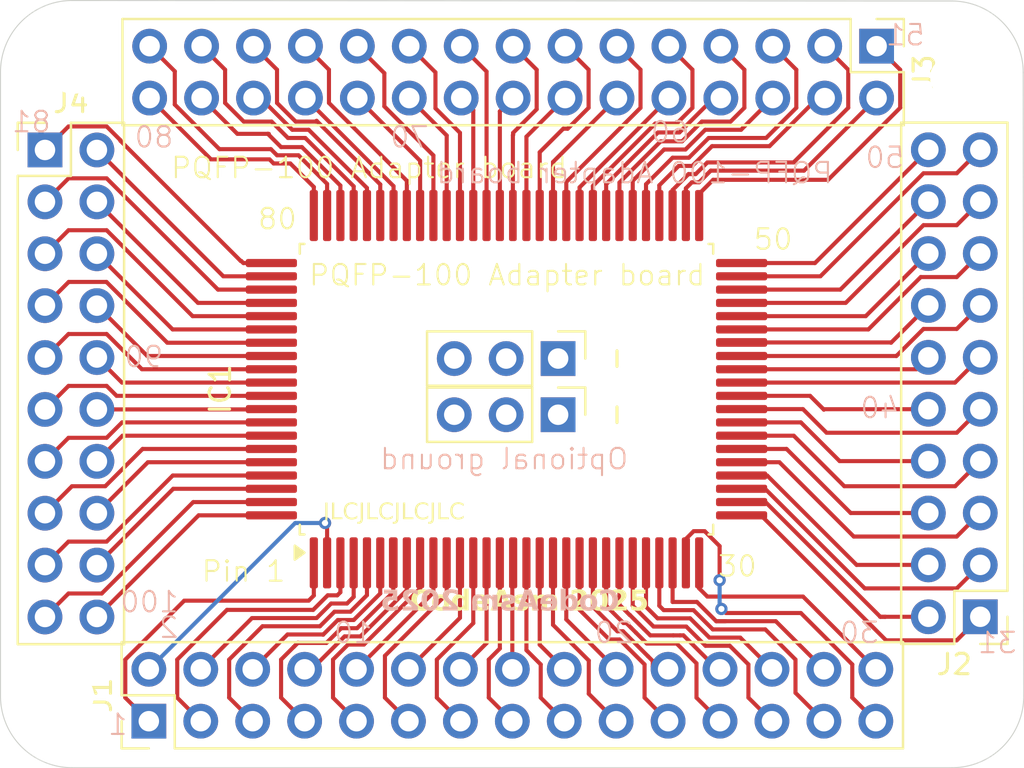
<source format=kicad_pcb>
(kicad_pcb (version 20241229) (generator "pcbnew") (generator_version "9.0")
  (title_block (title "PQFP-100 adapter board") (date "2025-02-25") (rev "3") (company "TMG") (comment 1 "Prototype board series 1"))
  (layers (0 "F.Cu" signal) (2 "B.Cu" signal) (13 "F.Paste" user) (15 "B.Paste" user) (5 "F.SilkS" user "F.Silkscreen") (7 "B.SilkS" user "B.Silkscreen") (1 "F.Mask" user) (3 "B.Mask" user) (25 "Edge.Cuts" user))
  (net 0 "")
  (net 1 "Net-(IC1-A18)")
  (net 2 "Net-(IC1-BUSCLK)")
  (net 3 "Net-(IC1-~{TREFC})")
  (net 4 "Net-(IC1-A11)")
  (net 5 "Net-(IC1-VDD_4)")
  (net 6 "Net-(IC1-~{EV})")
  (net 7 "Net-(IC1-A30)")
  (net 8 "Net-(IC1-~{INT3})")
  (net 9 "Net-(IC1-D14)")
  (net 10 "Net-(IC1-~{M1})")
  (net 11 "Net-(IC1-A25)")
  (net 12 "Net-(IC1-VDD_6)")
  (net 13 "Net-(IC1-~{MRD})")
  (net 14 "Net-(IC1-VDD_2)")
  (net 15 "Net-(IC1-D08)")
  (net 16 "Net-(IC1-CLKI)")
  (net 17 "Net-(IC1-A10)")
  (net 18 "Net-(IC1-~{RESET})")
  (net 19 "Net-(IC1-D11)")
  (net 20 "Net-(IC1-CLKO)")
  (net 21 "Net-(IC1-~{MCS2})")
  (net 22 "Net-(IC1-VDD_5)")
  (net 23 "Net-(IC1-A15)")
  (net 24 "Net-(IC1-D12)")
  (net 25 "Net-(IC1-VSS_7)")
  (net 26 "Net-(IC1-~{IOWR})")
  (net 27 "Net-(IC1-~{NMI})")
  (net 28 "Net-(IC1-A22)")
  (net 29 "Net-(IC1-A28)")
  (net 30 "Net-(IC1-VDD_8)")
  (net 31 "Net-(IC1-~{BLEN})")
  (net 32 "Net-(IC1-A03)")
  (net 33 "Net-(IC1-~{BREQ})")
  (net 34 "Net-(IC1-CLKSEL)")
  (net 35 "Net-(IC1-IOCLK)")
  (net 36 "Net-(IC1-VSS_8)")
  (net 37 "Net-(IC1-A00)")
  (net 38 "Net-(IC1-A24)")
  (net 39 "Net-(IC1-~{MCS0})")
  (net 40 "Net-(IC1-A08)")
  (net 41 "Net-(IC1-A14)")
  (net 42 "Net-(IC1-~{WAIT})")
  (net 43 "Net-(IC1-D04)")
  (net 44 "Net-(IC1-~{TREFR})")
  (net 45 "Net-(IC1-~{BHEN})")
  (net 46 "Net-(IC1-D10)")
  (net 47 "Net-(J1-Pin_29)")
  (net 48 "Net-(IC1-A26)")
  (net 49 "Net-(IC1-A07)")
  (net 50 "Net-(IC1-A16)")
  (net 51 "Net-(J2-Pin_14)")
  (net 52 "Net-(IC1-VSS_5)")
  (net 53 "Net-(IC1-D09)")
  (net 54 "Net-(IC1-~{IORQ})")
  (net 55 "Net-(IC1-VDD_7)")
  (net 56 "Net-(IC1-A27)")
  (net 57 "Net-(IC1-D01)")
  (net 58 "Net-(IC1-A21)")
  (net 59 "Net-(IC1-A02)")
  (net 60 "Net-(IC1-~{MCS1})")
  (net 61 "Net-(IC1-A04)")
  (net 62 "Net-(IC1-~{INT2})")
  (net 63 "Net-(IC1-~{INT0})")
  (net 64 "Net-(IC1-VDD_1)")
  (net 65 "Net-(IC1-A05)")
  (net 66 "Net-(IC1-A13)")
  (net 67 "Net-(IC1-~{INTAK})")
  (net 68 "Net-(IC1-D05)")
  (net 69 "Net-(IC1-~{BACK})")
  (net 70 "Net-(IC1-A12)")
  (net 71 "Net-(IC1-~{LMCS})")
  (net 72 "Net-(IC1-VSS_6)")
  (net 73 "Net-(IC1-VSS_1)")
  (net 74 "Net-(IC1-D15)")
  (net 75 "Net-(IC1-A09)")
  (net 76 "Net-(IC1-A31)")
  (net 77 "Net-(IC1-D02)")
  (net 78 "Net-(IC1-D06)")
  (net 79 "Net-(IC1-~{IORD})")
  (net 80 "Net-(IC1-D00)")
  (net 81 "Net-(IC1-~{STNBY})")
  (net 82 "Net-(IC1-~{MSIZE})")
  (net 83 "Net-(IC1-~{HALT})")
  (net 84 "Net-(IC1-D13)")
  (net 85 "Net-(IC1-~{TREFA})")
  (net 86 "Net-(IC1-VSS_4)")
  (net 87 "Net-(IC1-~{INT1})")
  (net 88 "Net-(IC1-A23)")
  (net 89 "Net-(IC1-D07)")
  (net 90 "Net-(IC1-A20)")
  (net 91 "Net-(IC1-~{MCS3})")
  (net 92 "Net-(IC1-D03)")
  (net 93 "Net-(IC1-A19)")
  (net 94 "Net-(IC1-A06)")
  (net 95 "Net-(IC1-A17)")
  (net 96 "Net-(IC1-VSS_3)")
  (net 97 "Net-(IC1-VSS_2)")
  (net 98 "Net-(IC1-A01)")
  (net 99 "Net-(IC1-A29)")
  (net 100 "Net-(IC1-~{MWR})")
  (footprint "Connector_PinHeader_2.54mm:PinHeader_1x03_P2.54mm_Vertical" (layer "F.Cu") (at 154.5 83 -90)
    (property "Reference" "_")
    (property "Value" "PinHeader_1x03_P2.54mm_Vertical" (hide yes))
  )
  (footprint "MountingHole:MountingHole_2.1mm" (layer "F.Cu") (at 173.75 96.75)
    (property "Reference" "_" (hide yes))
    (property "Value" "MountingHole_2.1mm" (hide yes))
  )
  (footprint "Connector_PinHeader_2.54mm:PinHeader_2x15_P2.54mm_Vertical" (layer "F.Cu") (at 170.08 64.96 -90)
    (property "Reference" "J3")
    (property "Value" "Conn_02x15_Counter_Clockwise" (hide yes))
  )
  (footprint "Connector_PinHeader_2.54mm:PinHeader_1x03_P2.54mm_Vertical" (layer "F.Cu") (at 154.5 80.25 -90)
    (property "Reference" "_")
    (property "Value" "PinHeader_1x03_P2.54mm_Vertical" (hide yes))
  )
  (footprint "Package_QFP:PQFP-100_14x20mm_P0.65mm" (layer "F.Cu") (at 151.975 81.75 90)
    (property "Reference" "IC1")
    (property "Value" "100-PQFP")
  )
  (footprint "Connector_PinHeader_2.54mm:PinHeader_2x10_P2.54mm_Vertical" (layer "F.Cu") (at 129.4 70.04)
    (property "Reference" "J4")
    (property "Value" "Conn_02x10_Odd_Even_MountingPin" (hide yes))
  )
  (footprint "MountingHole:MountingHole_2.1mm" (layer "F.Cu") (at 130.75 66.25)
    (property "Reference" "_" (hide yes))
    (property "Value" "MountingHole_2.1mm" (hide yes))
  )
  (footprint "MountingHole:MountingHole_2.1mm" (layer "F.Cu") (at 130.75 96.75)
    (property "Reference" "_" (hide yes))
    (property "Value" "MountingHole_2.1mm" (hide yes))
  )
  (footprint "Connector_PinHeader_2.54mm:PinHeader_2x15_P2.54mm_Vertical" (layer "F.Cu") (at 134.48 98 90)
    (property "Reference" "J1")
    (property "Value" "Conn_02x15_Counter_Clockwise" (hide yes))
  )
  (footprint "MountingHole:MountingHole_2.1mm" (layer "F.Cu") (at 173.75 66.5)
    (property "Reference" "_" (hide yes))
    (property "Value" "MountingHole_2.1mm" (hide yes))
  )
  (footprint "Connector_PinHeader_2.54mm:PinHeader_2x10_P2.54mm_Vertical" (layer "F.Cu") (at 175.15 92.89 180)
    (property "Reference" "J2")
    (property "Value" "Conn_02x10_Odd_Even_MountingPin" (hide yes))
  )
  (gr_arc (start 177.275126 96.775126) (mid 176.25 99.25) (end 173.775126 100.275126) (stroke (width 0.05)) (layer "Edge.Cuts"))
  (gr_line (start 130.7249 62.724874) (end 173.75 62.75) (stroke (width 0.05)) (layer "Edge.Cuts"))
  (gr_arc (start 173.75 62.75) (mid 176.224874 63.775126) (end 177.25 66.25) (stroke (width 0.05)) (layer "Edge.Cuts"))
  (gr_line (start 177.25 66.25) (end 177.275126 96.7751) (stroke (width 0.05)) (layer "Edge.Cuts"))
  (gr_line (start 127.224874 96.775126) (end 127.224874 66.2249) (stroke (width 0.05)) (layer "Edge.Cuts"))
  (gr_line (start 173.7751 100.275126) (end 130.724874 100.275126) (stroke (width 0.05)) (layer "Edge.Cuts"))
  (gr_arc (start 130.724874 100.275126) (mid 128.25 99.25) (end 127.224874 96.775126) (stroke (width 0.05)) (layer "Edge.Cuts"))
  (gr_arc (start 127.224874 66.224874) (mid 128.25 63.75) (end 130.724874 62.724874) (stroke (width 0.05)) (layer "Edge.Cuts"))
  (gr_text "CodeAsm 2025" (at 147.25 92.75 0) (layer "F.SilkS") (effects (font (size 1 1) (thickness 0.2) (bold yes)) (justify left bottom)))
  (gr_text "Pin 1" (at 137 91.25 0) (layer "F.SilkS") (effects (font (size 1 1) (thickness 0.1)) (justify left bottom)))
  (gr_text "30" (at 162.25 91 0) (layer "F.SilkS") (effects (font (size 1 1) (thickness 0.1)) (justify left bottom)))
  (gr_text "JLCJLCJLCJLC" (at 143 88.25 0) (layer "F.SilkS") (effects (font (size 0.8 0.8) (thickness 0.1)) (justify left bottom)))
  (gr_text "80" (at 139.75 74 0) (layer "F.SilkS") (effects (font (size 1 1) (thickness 0.1)) (justify left bottom)))
  (gr_text "PQFP-100 Adapter board" (at 142.25 76.75 0) (layer "F.SilkS") (effects (font (size 1 1) (thickness 0.1)) (justify left bottom)))
  (gr_text "50" (at 164 75 0) (layer "F.SilkS") (effects (font (size 1 1) (thickness 0.1)) (justify left bottom)))
  (gr_text "PQFP-100 Adapter board" (at 135.5 71.5 0) (layer "F.SilkS") (effects (font (size 1 1) (thickness 0.1)) (justify left bottom)))
  (gr_text "40" (at 171.25 83.25 0) (layer "B.SilkS") (effects (font (size 1 1) (thickness 0.1)) (justify left bottom mirror)))
  (gr_text "80" (at 135.75 70 0) (layer "B.SilkS") (effects (font (size 1 1) (thickness 0.1)) (justify left bottom mirror)))
  (gr_text "30" (at 170.25 94.25 0) (layer "B.SilkS") (effects (font (size 1 1) (thickness 0.1)) (justify left bottom mirror)))
  (gr_text "81" (at 129.75 69.25 0) (layer "B.SilkS") (effects (font (size 1 1) (thickness 0.1)) (justify left bottom mirror)))
  (gr_text "60" (at 161 69.75 0) (layer "B.SilkS") (effects (font (size 1 1) (thickness 0.1)) (justify left bottom mirror)))
  (gr_text "1" (at 133.5 98.75 0) (layer "B.SilkS") (effects (font (size 1 1) (thickness 0.1)) (justify left bottom mirror)))
  (gr_text "50" (at 171.5 71 0) (layer "B.SilkS") (effects (font (size 1 1) (thickness 0.1)) (justify left bottom mirror)))
  (gr_text "2" (at 136 94 0) (layer "B.SilkS") (effects (font (size 1 1) (thickness 0.1)) (justify left bottom mirror)))
  (gr_text "51" (at 172.5 65 0) (layer "B.SilkS") (effects (font (size 1 1) (thickness 0.1)) (justify left bottom mirror)))
  (gr_text "PQFP-100 Adapter board" (at 168 71.75 -0) (layer "B.SilkS") (effects (font (size 1 1) (thickness 0.1)) (justify left bottom mirror)))
  (gr_text "70" (at 148.25 70 0) (layer "B.SilkS") (effects (font (size 1 1) (thickness 0.1)) (justify left bottom mirror)))
  (gr_text "20" (at 158.25 94.25 0) (layer "B.SilkS") (effects (font (size 1 1) (thickness 0.1)) (justify left bottom mirror)))
  (gr_text "100" (at 136 92.75 0) (layer "B.SilkS") (effects (font (size 1 1) (thickness 0.1)) (justify left bottom mirror)))
  (gr_text "31" (at 177 94.75 0) (layer "B.SilkS") (effects (font (size 1 1) (thickness 0.1)) (justify left bottom mirror)))
  (gr_text "10" (at 145.5 94.25 0) (layer "B.SilkS") (effects (font (size 1 1) (thickness 0.1)) (justify left bottom mirror)))
  (gr_text "CodeAsm 2025" (at 157.5 92.75 -0) (layer "B.SilkS") (effects (font (size 1 1) (thickness 0.2) (bold yes)) (justify left bottom mirror)))
  (gr_text "90" (at 135.25 80.75 0) (layer "B.SilkS") (effects (font (size 1 1) (thickness 0.1)) (justify left bottom mirror)))
  (gr_text "Optional ground" (at 158 85.75 0) (layer "B.SilkS") (effects (font (size 1 1) (thickness 0.1)) (justify left bottom mirror)))
  (segment (start 129.4 75.12) (end 130.551 73.969) (width 0.2) (layer "F.Cu") (net 1))
  (segment (start 136.62276 78.175) (end 140.475 78.175) (width 0.2) (layer "F.Cu") (net 1))
  (segment (start 132.41676 73.969) (end 136.62276 78.175) (width 0.2) (layer "F.Cu") (net 1))
  (segment (start 130.551 73.969) (end 132.41676 73.969) (width 0.2) (layer "F.Cu") (net 1))
  (segment (start 154.9 93.02) (end 154.9 90.25) (width 0.2) (layer "F.Cu") (net 2))
  (segment (start 157.34 95.46) (end 154.9 93.02) (width 0.2) (layer "F.Cu") (net 2))
  (segment (start 150.35 93.20224) (end 150.35 90.25) (width 0.2) (layer "F.Cu") (net 3))
  (segment (start 148.569 94.98324) (end 150.35 93.20224) (width 0.2) (layer "F.Cu") (net 3))
  (segment (start 149.72 98) (end 148.569 96.849) (width 0.2) (layer "F.Cu") (net 3))
  (segment (start 148.569 96.849) (end 148.569 94.98324) (width 0.2) (layer "F.Cu") (net 3))
  (segment (start 130.72 86.5) (end 129.4 87.82) (width 0.2) (layer "F.Cu") (net 4))
  (segment (start 132.34776 86.5) (end 130.72 86.5) (width 0.2) (layer "F.Cu") (net 4))
  (segment (start 134.17276 84.675) (end 140.475 84.675) (width 0.2) (layer "F.Cu") (net 4))
  (segment (start 134.17276 84.675) (end 132.34776 86.5) (width 0.2) (layer "F.Cu") (net 4))
  (segment (start 163.475 75.575) (end 167.065 75.575) (width 0.2) (layer "F.Cu") (net 5))
  (segment (start 172.61 70.03) (end 167.065 75.575) (width 0.2) (layer "F.Cu") (net 5))
  (segment (start 171.04724 80.125) (end 172.37124 78.801) (width 0.2) (layer "F.Cu") (net 6))
  (segment (start 173.999 78.801) (end 175.15 77.65) (width 0.2) (layer "F.Cu") (net 6))
  (segment (start 171.04724 80.125) (end 163.475 80.125) (width 0.2) (layer "F.Cu") (net 6))
  (segment (start 172.37124 78.801) (end 173.999 78.801) (width 0.2) (layer "F.Cu") (net 6))
  (segment (start 143.291 67.73876) (end 143.291 66.111) (width 0.2) (layer "F.Cu") (net 7))
  (segment (start 143.291 66.111) (end 142.14 64.96) (width 0.2) (layer "F.Cu") (net 7))
  (segment (start 147.1 71.54776) (end 147.1 73.25) (width 0.2) (layer "F.Cu") (net 7))
  (segment (start 147.1 71.54776) (end 143.291 67.73876) (width 0.2) (layer "F.Cu") (net 7))
  (segment (start 173.999 88.961) (end 168.961 88.961) (width 0.2) (layer "F.Cu") (net 8))
  (segment (start 168.961 88.961) (end 165.325 85.325) (width 0.2) (layer "F.Cu") (net 8))
  (segment (start 175.15 87.81) (end 173.999 88.961) (width 0.2) (layer "F.Cu") (net 8))
  (segment (start 163.475 85.325) (end 165.325 85.325) (width 0.2) (layer "F.Cu") (net 8))
  (segment (start 161.06316 70.8201) (end 160.4 70.8201) (width 0.2) (layer "F.Cu") (net 9))
  (segment (start 162.02926 69.854) (end 161.06316 70.8201) (width 0.2) (layer "F.Cu") (net 9))
  (segment (start 167.19486 67.5) (end 164.84086 69.854) (width 0.2) (layer "F.Cu") (net 9))
  (segment (start 159.45 73.625) (end 159.45 72.750001) (width 0.2) (layer "F.Cu") (net 9))
  (segment (start 167.54 67.5) (end 167.19486 67.5) (width 0.2) (layer "F.Cu") (net 9))
  (segment (start 160.4 70.8201) (end 159.45 71.7701) (width 0.2) (layer "F.Cu") (net 9))
  (segment (start 159.45 71.7701) (end 159.45 73.25) (width 0.2) (layer "F.Cu") (net 9))
  (segment (start 164.84086 69.854) (end 162.02926 69.854) (width 0.2) (layer "F.Cu") (net 9))
  (segment (start 157.67386 93.599) (end 157.399 93.599) (width 0.2) (layer "F.Cu") (net 10))
  (segment (start 158.8951 94.82024) (end 157.90876 93.8339) (width 0.2) (layer "F.Cu") (net 10))
  (segment (start 159.13 95.05514) (end 158.8951 94.82024) (width 0.2) (layer "F.Cu") (net 10))
  (segment (start 156.2 92.4) (end 156.2 90.25) (width 0.2) (layer "F.Cu") (net 10))
  (segment (start 159.88 95.46) (end 159.26 95.46) (width 0.2) (layer "F.Cu") (net 10))
  (segment (start 157.399 93.599) (end 156.2 92.4) (width 0.2) (layer "F.Cu") (net 10))
  (segment (start 159.26 95.46) (end 159.13 95.33) (width 0.2) (layer "F.Cu") (net 10))
  (segment (start 159.13 95.33) (end 159.13 95.05514) (width 0.2) (layer "F.Cu") (net 10))
  (segment (start 157.90876 93.8339) (end 157.67386 93.599) (width 0.2) (layer "F.Cu") (net 10))
  (segment (start 137.06 67.5) (end 138.81 69.25) (width 0.2) (layer "F.Cu") (net 11))
  (segment (start 141.96787 69.9) (end 143.85 71.78213) (width 0.2) (layer "F.Cu") (net 11))
  (segment (start 140.3 69.25) (end 140.95 69.9) (width 0.2) (layer "F.Cu") (net 11))
  (segment (start 143.85 71.78213) (end 143.85 73.25) (width 0.2) (layer "F.Cu") (net 11))
  (segment (start 140.3 69.25) (end 140.349999 69.25) (width 0.2) (layer "F.Cu") (net 11))
  (segment (start 140.95 69.9) (end 141.96787 69.9) (width 0.2) (layer "F.Cu") (net 11))
  (segment (start 143.85 72.750001) (end 143.85 73.625) (width 0.2) (layer "F.Cu") (net 11))
  (segment (start 138.81 69.25) (end 140.3 69.25) (width 0.2) (layer "F.Cu") (net 11))
  (segment (start 149.05 69.33) (end 149.05 73.25) (width 0.2) (layer "F.Cu") (net 12))
  (segment (start 147.22 67.5) (end 149.05 69.33) (width 0.2) (layer "F.Cu") (net 12))
  (segment (start 152.26 95.46) (end 152.26 90.29) (width 0.2) (layer "F.Cu") (net 13))
  (segment (start 152.26 90.29) (end 152.3 90.25) (width 0.2) (layer "F.Cu") (net 13))
  (segment (start 152.3 95.42) (end 152.26 95.46) (width 0.2) (layer "F.Cu") (net 13))
  (segment (start 148.4 91.7) (end 144.64 95.46) (width 0.2) (layer "F.Cu") (net 14))
  (segment (start 148.4 91.7) (end 148.4 90.25) (width 0.2) (layer "F.Cu") (net 14))
  (segment (start 159.92 67.5) (end 155.55 71.87) (width 0.2) (layer "F.Cu") (net 15))
  (segment (start 155.55 71.87) (end 155.55 73.25) (width 0.2) (layer "F.Cu") (net 15))
  (segment (start 160.76645 93.366449) (end 159.166449 93.366449) (width 0.2) (layer "F.Cu") (net 16))
  (segment (start 159.166449 93.366449) (end 158.15 92.35) (width 0.2) (layer "F.Cu") (net 16))
  (segment (start 163.809 95.22124) (end 162.89676 94.309) (width 0.2) (layer "F.Cu") (net 16))
  (segment (start 158.15 92.35) (end 158.15 90.25) (width 0.2) (layer "F.Cu") (net 16))
  (segment (start 163.809 96.849) (end 163.809 95.22124) (width 0.2) (layer "F.Cu") (net 16))
  (segment (start 161.709001 94.309) (end 160.76645 93.366449) (width 0.2) (layer "F.Cu") (net 16))
  (segment (start 164.96 98) (end 163.809 96.849) (width 0.2) (layer "F.Cu") (net 16))
  (segment (start 162.89676 94.309) (end 161.709001 94.309) (width 0.2) (layer "F.Cu") (net 16))
  (segment (start 131.94 87.82) (end 134.435 85.325) (width 0.2) (layer "F.Cu") (net 17))
  (segment (start 134.435 85.325) (end 140.475 85.325) (width 0.2) (layer "F.Cu") (net 17))
  (segment (start 169.1 90.35) (end 164.725 85.975) (width 0.2) (layer "F.Cu") (net 18))
  (segment (start 163.475 85.975) (end 164.725 85.975) (width 0.2) (layer "F.Cu") (net 18))
  (segment (start 172.61 90.35) (end 169.1 90.35) (width 0.2) (layer "F.Cu") (net 18))
  (segment (start 157.5 71.6342) (end 157.5 73.25) (width 0.2) (layer "F.Cu") (net 19))
  (segment (start 162.46 64.96) (end 163.611 66.111) (width 0.2) (layer "F.Cu") (net 19))
  (segment (start 161.53096 68.651) (end 160.56486 69.6171) (width 0.2) (layer "F.Cu") (net 19))
  (segment (start 160.56486 69.6171) (end 159.5171 69.6171) (width 0.2) (layer "F.Cu") (net 19))
  (segment (start 163.611 66.111) (end 163.611 67.97676) (width 0.2) (layer "F.Cu") (net 19))
  (segment (start 163.611 67.97676) (end 162.93676 68.651) (width 0.2) (layer "F.Cu") (net 19))
  (segment (start 157.5 72.750001) (end 157.5 73.625) (width 0.2) (layer "F.Cu") (net 19))
  (segment (start 159.5171 69.6171) (end 157.5 71.6342) (width 0.2) (layer "F.Cu") (net 19))
  (segment (start 162.93676 68.651) (end 161.53096 68.651) (width 0.2) (layer "F.Cu") (net 19))
  (segment (start 160.957449 92.965449) (end 161.9 93.908) (width 0.2) (layer "F.Cu") (net 20))
  (segment (start 159.365449 92.965449) (end 160.957449 92.965449) (width 0.2) (layer "F.Cu") (net 20))
  (segment (start 163.408 93.908) (end 164.96 95.46) (width 0.2) (layer "F.Cu") (net 20))
  (segment (start 158.8 92.4) (end 159.365449 92.965449) (width 0.2) (layer "F.Cu") (net 20))
  (segment (start 158.8 90.25) (end 158.8 92.4) (width 0.2) (layer "F.Cu") (net 20))
  (segment (start 161.9 93.908) (end 163.408 93.908) (width 0.2) (layer "F.Cu") (net 20))
  (segment (start 163.475 78.175) (end 169.545 78.175) (width 0.2) (layer "F.Cu") (net 21))
  (segment (start 169.545 78.175) (end 172.61 75.11) (width 0.2) (layer "F.Cu") (net 21))
  (segment (start 160.75 71.917101) (end 161.045001 71.6221) (width 0.2) (layer "F.Cu") (net 22))
  (segment (start 166.528 71.052) (end 170.08 67.5) (width 0.2) (layer "F.Cu") (net 22))
  (segment (start 161.045001 71.6221) (end 161.39536 71.6221) (width 0.2) (layer "F.Cu") (net 22))
  (segment (start 161.39536 71.6221) (end 161.96546 71.052) (width 0.2) (layer "F.Cu") (net 22))
  (segment (start 160.75 73.25) (end 160.75 71.917101) (width 0.2) (layer "F.Cu") (net 22))
  (segment (start 161.96546 71.052) (end 166.528 71.052) (width 0.2) (layer "F.Cu") (net 22))
  (segment (start 160.75 73.625) (end 160.75 72.75) (width 0.2) (layer "F.Cu") (net 22))
  (segment (start 132.41676 81.589) (end 130.551 81.589) (width 0.2) (layer "F.Cu") (net 23))
  (segment (start 132.90276 82.075) (end 140.475 82.075) (width 0.2) (layer "F.Cu") (net 23))
  (segment (start 132.90276 82.075) (end 132.41676 81.589) (width 0.2) (layer "F.Cu") (net 23))
  (segment (start 130.551 81.589) (end 129.4 82.74) (width 0.2) (layer "F.Cu") (net 23))
  (segment (start 161.69706 69.052) (end 160.73096 70.0181) (width 0.2) (layer "F.Cu") (net 24))
  (segment (start 159.6832 70.0181) (end 158.15 71.5513) (width 0.2) (layer "F.Cu") (net 24))
  (segment (start 158.15 73.625) (end 158.15 72.750001) (width 0.2) (layer "F.Cu") (net 24))
  (segment (start 160.73096 70.0181) (end 159.6832 70.0181) (width 0.2) (layer "F.Cu") (net 24))
  (segment (start 158.15 71.5513) (end 158.15 73.25) (width 0.2) (layer "F.Cu") (net 24))
  (segment (start 165 67.5) (end 163.448 69.052) (width 0.2) (layer "F.Cu") (net 24))
  (segment (start 163.448 69.052) (end 161.69706 69.052) (width 0.2) (layer "F.Cu") (net 24))
  (segment (start 146 66.28) (end 144.68 64.96) (width 0.2) (layer "F.Cu") (net 25))
  (segment (start 146 67.90776) (end 146 66.28) (width 0.2) (layer "F.Cu") (net 25))
  (segment (start 148.4 70.30776) (end 148.4 73.25) (width 0.2) (layer "F.Cu") (net 25))
  (segment (start 148.4 70.30776) (end 146 67.90776) (width 0.2) (layer "F.Cu") (net 25))
  (segment (start 161.123549 92.564449) (end 159.664449 92.564449) (width 0.2) (layer "F.Cu") (net 26))
  (segment (start 162.0661 93.507) (end 161.123549 92.564449) (width 0.2) (layer "F.Cu") (net 26))
  (segment (start 166.111 94.98324) (end 164.63476 93.507) (width 0.2) (layer "F.Cu") (net 26))
  (segment (start 159.664449 92.564449) (end 159.45 92.35) (width 0.2) (layer "F.Cu") (net 26))
  (segment (start 164.63476 93.507) (end 162.0661 93.507) (width 0.2) (layer "F.Cu") (net 26))
  (segment (start 166.111 96.611) (end 166.111 94.98324) (width 0.2) (layer "F.Cu") (net 26))
  (segment (start 167.5 98) (end 166.111 96.611) (width 0.2) (layer "F.Cu") (net 26))
  (segment (start 159.45 92.35) (end 159.45 90.25) (width 0.2) (layer "F.Cu") (net 26))
  (segment (start 163.475 82.725) (end 166.475 82.725) (width 0.2) (layer "F.Cu") (net 27))
  (segment (start 167.631 83.881) (end 173.999 83.881) (width 0.2) (layer "F.Cu") (net 27))
  (segment (start 173.999 83.881) (end 175.15 82.73) (width 0.2) (layer "F.Cu") (net 27))
  (segment (start 166.475 82.725) (end 167.631 83.881) (width 0.2) (layer "F.Cu") (net 27))
  (segment (start 132.41676 68.889) (end 130.551 68.889) (width 0.2) (layer "F.Cu") (net 28))
  (segment (start 130.551 68.889) (end 129.4 70.04) (width 0.2) (layer "F.Cu") (net 28))
  (segment (start 140.475 75.575) (end 139.10276 75.575) (width 0.2) (layer "F.Cu") (net 28))
  (segment (start 133.091 69.591) (end 133.091 69.56324) (width 0.2) (layer "F.Cu") (net 28))
  (segment (start 139 75.47224) (end 138.97224 75.47224) (width 0.2) (layer "F.Cu") (net 28))
  (segment (start 139.10276 75.575) (end 139 75.47224) (width 0.2) (layer "F.Cu") (net 28))
  (segment (start 138.97224 75.47224) (end 133.091 69.591) (width 0.2) (layer "F.Cu") (net 28))
  (segment (start 133.091 69.56324) (end 132.41676 68.889) (width 0.2) (layer "F.Cu") (net 28))
  (segment (start 140.75 67.73776) (end 141.66324 68.651) (width 0.2) (layer "F.Cu") (net 29))
  (segment (start 145.8 73.625) (end 145.8 72.78776) (width 0.2) (layer "F.Cu") (net 29))
  (segment (start 140.75 66.11) (end 139.6 64.96) (width 0.2) (layer "F.Cu") (net 29))
  (segment (start 141.66324 68.651) (end 142.649 68.651) (width 0.2) (layer "F.Cu") (net 29))
  (segment (start 140.75 67.73776) (end 140.75 66.11) (width 0.2) (layer "F.Cu") (net 29))
  (segment (start 145.8 71.7271) (end 145.8 73.25) (width 0.2) (layer "F.Cu") (net 29))
  (segment (start 142.68645 68.61355) (end 145.8 71.7271) (width 0.2) (layer "F.Cu") (net 29))
  (segment (start 142.649 68.651) (end 142.68645 68.61355) (width 0.2) (layer "F.Cu") (net 29))
  (segment (start 131.94 80.2) (end 133.165 81.425) (width 0.2) (layer "F.Cu") (net 30))
  (segment (start 133.165 81.425) (end 140.475 81.425) (width 0.2) (layer "F.Cu") (net 30))
  (segment (start 151.65 94.44224) (end 151.109 94.98324) (width 0.2) (layer "F.Cu") (net 31))
  (segment (start 151.65 94.44224) (end 151.65 90.25) (width 0.2) (layer "F.Cu") (net 31))
  (segment (start 151.109 94.98324) (end 151.109 96.849) (width 0.2) (layer "F.Cu") (net 31))
  (segment (start 151.109 96.849) (end 152.26 98) (width 0.2) (layer "F.Cu") (net 31))
  (segment (start 143.23084 91.8388) (end 142.51764 92.552) (width 0.2) (layer "F.Cu") (net 32))
  (segment (start 143.85 91.6888) (end 143.7 91.8388) (width 0.2) (layer "F.Cu") (net 32))
  (segment (start 143.85 90.25) (end 143.85 91.6888) (width 0.2) (layer "F.Cu") (net 32))
  (segment (start 138.30024 92.552) (end 135.869 94.98324) (width 0.2) (layer "F.Cu") (net 32))
  (segment (start 143.7 91.8388) (end 143.23084 91.8388) (width 0.2) (layer "F.Cu") (net 32))
  (segment (start 135.869 96.849) (end 137.02 98) (width 0.2) (layer "F.Cu") (net 32))
  (segment (start 142.51764 92.552) (end 138.30024 92.552) (width 0.2) (layer "F.Cu") (net 32))
  (segment (start 143.85 90.749999) (end 143.85 89.875) (width 0.2) (layer "F.Cu") (net 32))
  (segment (start 135.869 94.98324) (end 135.869 96.849) (width 0.2) (layer "F.Cu") (net 32))
  (segment (start 169.5 91.5) (end 174 91.5) (width 0.2) (layer "F.Cu") (net 33))
  (segment (start 164.625 86.625) (end 169.5 91.5) (width 0.2) (layer "F.Cu") (net 33))
  (segment (start 174 91.5) (end 175.15 90.35) (width 0.2) (layer "F.Cu") (net 33))
  (segment (start 167.5 82.75) (end 166.825 82.075) (width 0.2) (layer "F.Cu") (net 34))
  (segment (start 167.52 82.73) (end 167.5 82.75) (width 0.2) (layer "F.Cu") (net 34))
  (segment (start 172.61 82.73) (end 167.52 82.73) (width 0.2) (layer "F.Cu") (net 34))
  (segment (start 163.475 82.075) (end 166.825 82.075) (width 0.2) (layer "F.Cu") (net 34))
  (segment (start 158.729 96.849) (end 159.88 98) (width 0.2) (layer "F.Cu") (net 35))
  (segment (start 157 94) (end 157.50776 94) (width 0.2) (layer "F.Cu") (net 35))
  (segment (start 157.50776 94) (end 158.729 95.22124) (width 0.2) (layer "F.Cu") (net 35))
  (segment (start 158.729 95.22124) (end 158.729 96.849) (width 0.2) (layer "F.Cu") (net 35))
  (segment (start 155.55 92.55) (end 155.55 90.25) (width 0.2) (layer "F.Cu") (net 35))
  (segment (start 155.55 92.55) (end 157 94) (width 0.2) (layer "F.Cu") (net 35))
  (segment (start 130.551 79.049) (end 129.4 80.2) (width 0.2) (layer "F.Cu") (net 36))
  (segment (start 134.14276 80.775) (end 140.475 80.775) (width 0.2) (layer "F.Cu") (net 36))
  (segment (start 132.41676 79.049) (end 130.551 79.049) (width 0.2) (layer "F.Cu") (net 36))
  (segment (start 134.14276 80.775) (end 132.41676 79.049) (width 0.2) (layer "F.Cu") (net 36))
  (segment (start 145.8 91.7487) (end 144.5017 93.047) (width 0.2) (layer "F.Cu") (net 37))
  (segment (start 143.72394 93.047) (end 143.00292 93.76802) (width 0.2) (layer "F.Cu") (net 37))
  (segment (start 142.9899 93.755) (end 141.265 93.755) (width 0.2) (layer "F.Cu") (net 37))
  (segment (start 141.265 93.755) (end 139.56 95.46) (width 0.2) (layer "F.Cu") (net 37))
  (segment (start 145.8 90.25) (end 145.8 91.7487) (width 0.2) (layer "F.Cu") (net 37))
  (segment (start 145.8 89.875) (end 145.8 90.749999) (width 0.2) (layer "F.Cu") (net 37))
  (segment (start 144.5017 93.047) (end 143.72394 93.047) (width 0.2) (layer "F.Cu") (net 37))
  (segment (start 143.00292 93.76802) (end 142.9899 93.755) (width 0.2) (layer "F.Cu") (net 37))
  (segment (start 135.75 67.81776) (end 135.75 66.19) (width 0.2) (layer "F.Cu") (net 38))
  (segment (start 141.80177 70.301) (end 143.2 71.69923) (width 0.2) (layer "F.Cu") (net 38))
  (segment (start 143.2 71.69923) (end 143.2 73.25) (width 0.2) (layer "F.Cu") (net 38))
  (segment (start 140.750999 70.301) (end 141.80177 70.301) (width 0.2) (layer "F.Cu") (net 38))
  (segment (start 140.449999 70) (end 137.93224 70) (width 0.2) (layer "F.Cu") (net 38))
  (segment (start 143.2 73.625) (end 143.2 72.750001) (width 0.2) (layer "F.Cu") (net 38))
  (segment (start 135.75 66.19) (end 134.52 64.96) (width 0.2) (layer "F.Cu") (net 38))
  (segment (start 137.93224 70) (end 135.75 67.81776) (width 0.2) (layer "F.Cu") (net 38))
  (segment (start 140.449999 70) (end 140.750999 70.301) (width 0.2) (layer "F.Cu") (net 38))
  (segment (start 163.475 76.875) (end 168.305 76.875) (width 0.2) (layer "F.Cu") (net 39))
  (segment (start 172.61 72.57) (end 168.305 76.875) (width 0.2) (layer "F.Cu") (net 39))
  (segment (start 135.675 86.625) (end 140.475 86.625) (width 0.2) (layer "F.Cu") (net 40))
  (segment (start 131.94 90.36) (end 135.675 86.625) (width 0.2) (layer "F.Cu") (net 40))
  (segment (start 140.46 82.74) (end 140.475 82.725) (width 0.2) (layer "F.Cu") (net 41))
  (segment (start 131.94 82.74) (end 140.46 82.74) (width 0.2) (layer "F.Cu") (net 41))
  (segment (start 140.835 82.74) (end 140.85 82.725) (width 0.2) (layer "F.Cu") (net 41))
  (segment (start 154.25 90.25) (end 154.25 93.28224) (width 0.2) (layer "F.Cu") (net 42))
  (segment (start 154.25 93.28224) (end 156 95.03224) (width 0.2) (layer "F.Cu") (net 42))
  (segment (start 156 96.66) (end 157.34 98) (width 0.2) (layer "F.Cu") (net 42))
  (segment (start 156 95.03224) (end 156 96.66) (width 0.2) (layer "F.Cu") (net 42))
  (segment (start 152.95 69.39) (end 152.95 73.25) (width 0.2) (layer "F.Cu") (net 43))
  (segment (start 154.84 67.5) (end 152.95 69.39) (width 0.2) (layer "F.Cu") (net 43))
  (segment (start 146.029 96.849) (end 146.029 94.79887) (width 0.2) (layer "F.Cu") (net 44))
  (segment (start 149.05 91.77787) (end 149.05 90.25) (width 0.2) (layer "F.Cu") (net 44))
  (segment (start 147.18 98) (end 146.029 96.849) (width 0.2) (layer "F.Cu") (net 44))
  (segment (start 146.029 94.79887) (end 149.05 91.77787) (width 0.2) (layer "F.Cu") (net 44))
  (segment (start 151 94.18) (end 151 90.25) (width 0.2) (layer "F.Cu") (net 45))
  (segment (start 151 94.18) (end 149.72 95.46) (width 0.2) (layer "F.Cu") (net 45))
  (segment (start 156.85 71.7171) (end 156.85 73.25) (width 0.2) (layer "F.Cu") (net 46))
  (segment (start 159.38355 69.18355) (end 156.85 71.7171) (width 0.2) (layer "F.Cu") (net 46))
  (segment (start 156.85 73.625) (end 156.85 72.76486) (width 0.2) (layer "F.Cu") (net 46))
  (segment (start 162.11486 67.5) (end 160.43131 69.18355) (width 0.2) (layer "F.Cu") (net 46))
  (segment (start 160.43131 69.18355) (end 159.38355 69.18355) (width 0.2) (layer "F.Cu") (net 46))
  (segment (start 162.11486 67.5) (end 162.46 67.5) (width 0.2) (layer "F.Cu") (net 46))
  (segment (start 161.13113 88.699) (end 161.66887 88.699) (width 0.2) (layer "F.Cu") (net 47))
  (segment (start 160.75 89.08013) (end 161.13113 88.699) (width 0.2) (layer "F.Cu") (net 47))
  (segment (start 168.889 96.849) (end 170.04 98) (width 0.2) (layer "F.Cu") (net 47))
  (segment (start 162.4 91) (end 162.4 91.1) (width 0.2) (layer "F.Cu") (net 47))
  (segment (start 162.4 89.43013) (end 162.4 91) (width 0.2) (layer "F.Cu") (net 47))
  (segment (start 166.37276 92.705) (end 168.889 95.22124) (width 0.2) (layer "F.Cu") (net 47))
  (segment (start 168.889 95.22124) (end 168.889 96.849) (width 0.2) (layer "F.Cu") (net 47))
  (segment (start 161.66887 88.699) (end 162.4 89.43013) (width 0.2) (layer "F.Cu") (net 47))
  (segment (start 160.75 90.25) (end 160.75 89.08013) (width 0.2) (layer "F.Cu") (net 47))
  (segment (start 162.705001 92.705) (end 166.37276 92.705) (width 0.2) (layer "F.Cu") (net 47))
  (via (at 162.487365 92.506) (size 0.6) (drill 0.3) (layers "F.Cu" "B.Cu") (net 47))
  (via (at 162.4 91.1) (size 0.6) (drill 0.3) (layers "F.Cu" "B.Cu") (net 47))
  (segment (start 162.4 91.1) (end 162.4 92.593365) (width 0.2) (layer "B.Cu") (net 47))
  (segment (start 162.4 92.593365) (end 162.487365 92.506) (width 0.2) (layer "B.Cu") (net 47))
  (segment (start 144.5 71.8191) (end 144.5 73.25) (width 0.2) (layer "F.Cu") (net 48))
  (segment (start 139.12324 68.651) (end 138.211 67.73876) (width 0.2) (layer "F.Cu") (net 48))
  (segment (start 141.285899 69.453) (end 142.1339 69.453) (width 0.2) (layer "F.Cu") (net 48))
  (segment (start 140.483899 68.651) (end 141.285899 69.453) (width 0.2) (layer "F.Cu") (net 48))
  (segment (start 144.5 73.625) (end 144.5 72.667101) (width 0.2) (layer "F.Cu") (net 48))
  (segment (start 138.211 67.73876) (end 138.211 66.111) (width 0.2) (layer "F.Cu") (net 48))
  (segment (start 140.483899 68.651) (end 139.12324 68.651) (width 0.2) (layer "F.Cu") (net 48))
  (segment (start 138.211 66.111) (end 137.06 64.96) (width 0.2) (layer "F.Cu") (net 48))
  (segment (start 142.1339 69.453) (end 144.5 71.8191) (width 0.2) (layer "F.Cu") (net 48))
  (segment (start 130.551 91.749) (end 129.4 92.9) (width 0.2) (layer "F.Cu") (net 49))
  (segment (start 132.17876 91.749) (end 130.551 91.749) (width 0.2) (layer "F.Cu") (net 49))
  (segment (start 136.65276 87.275) (end 140.475 87.275) (width 0.2) (layer "F.Cu") (net 49))
  (segment (start 136.65276 87.275) (end 132.17876 91.749) (width 0.2) (layer "F.Cu") (net 49))
  (segment (start 135.38276 79.475) (end 140.475 79.475) (width 0.2) (layer "F.Cu") (net 50))
  (segment (start 130.56 76.5) (end 129.4 77.66) (width 0.2) (layer "F.Cu") (net 50))
  (segment (start 132.40776 76.5) (end 130.56 76.5) (width 0.2) (layer "F.Cu") (net 50))
  (segment (start 135.38276 79.475) (end 132.40776 76.5) (width 0.2) (layer "F.Cu") (net 50))
  (segment (start 172.61 77.65) (end 170.785 79.475) (width 0.2) (layer "F.Cu") (net 51))
  (segment (start 170.7725 79.4625) (end 170.785 79.475) (width 0.2) (layer "F.Cu") (net 51))
  (segment (start 163.475 79.4625) (end 170.7725 79.4625) (width 0.2) (layer "F.Cu") (net 51))
  (segment (start 171.231 66.111) (end 171.231 67.97676) (width 0.2) (layer "F.Cu") (net 52))
  (segment (start 161.4 72.18456) (end 161.4 73.25) (width 0.2) (layer "F.Cu") (net 52))
  (segment (start 170.08 64.96) (end 171.231 66.111) (width 0.2) (layer "F.Cu") (net 52))
  (segment (start 171.231 67.97676) (end 167.70776 71.5) (width 0.2) (layer "F.Cu") (net 52))
  (segment (start 162.08456 71.5) (end 161.4 72.18456) (width 0.2) (layer "F.Cu") (net 52))
  (segment (start 167.70776 71.5) (end 162.08456 71.5) (width 0.2) (layer "F.Cu") (net 52))
  (segment (start 161.4 73.625) (end 161.4 72.6671) (width 0.2) (layer "F.Cu") (net 52))
  (segment (start 160.29776 68.75) (end 159.25 68.75) (width 0.2) (layer "F.Cu") (net 53))
  (segment (start 161.071 66.111) (end 161.071 67.97676) (width 0.2) (layer "F.Cu") (net 53))
  (segment (start 159.25 68.75) (end 156.2 71.8) (width 0.2) (layer "F.Cu") (net 53))
  (segment (start 156.2 71.8) (end 156.2 72.05) (width 0.2) (layer "F.Cu") (net 53))
  (segment (start 161.071 67.97676) (end 160.29776 68.75) (width 0.2) (layer "F.Cu") (net 53))
  (segment (start 159.92 64.96) (end 161.071 66.111) (width 0.2) (layer "F.Cu") (net 53))
  (segment (start 161.269 95.168999) (end 160.300001 94.2) (width 0.2) (layer "F.Cu") (net 54))
  (segment (start 157.83996 93.198) (end 157.698 93.198) (width 0.2) (layer "F.Cu") (net 54))
  (segment (start 156.85 92.35) (end 156.85 90.25) (width 0.2) (layer "F.Cu") (net 54))
  (segment (start 160.300001 94.2) (end 158.84196 94.2) (width 0.2) (layer "F.Cu") (net 54))
  (segment (start 161.269 96.849) (end 161.269 95.168999) (width 0.2) (layer "F.Cu") (net 54))
  (segment (start 157.698 93.198) (end 156.85 92.35) (width 0.2) (layer "F.Cu") (net 54))
  (segment (start 158.84196 94.2) (end 158.30976 93.6678) (width 0.2) (layer "F.Cu") (net 54))
  (segment (start 162.42 98) (end 161.269 96.849) (width 0.2) (layer "F.Cu") (net 54))
  (segment (start 158.07486 93.4329) (end 157.83996 93.198) (width 0.2) (layer "F.Cu") (net 54))
  (segment (start 158.30976 93.6678) (end 158.07486 93.4329) (width 0.2) (layer "F.Cu") (net 54))
  (segment (start 131.94 77.66) (end 134.405 80.125) (width 0.2) (layer "F.Cu") (net 55))
  (segment (start 134.405 80.125) (end 140.475 80.125) (width 0.2) (layer "F.Cu") (net 55))
  (segment (start 145.15 73.25) (end 145.15 71.902) (width 0.2) (layer "F.Cu") (net 56))
  (segment (start 145.15 72.750001) (end 145.15 73.625) (width 0.2) (layer "F.Cu") (net 56))
  (segment (start 141.49714 69.052) (end 139.94514 67.5) (width 0.2) (layer "F.Cu") (net 56))
  (segment (start 145.15 71.902) (end 142.3 69.052) (width 0.2) (layer "F.Cu") (net 56))
  (segment (start 139.94514 67.5) (end 139.6 67.5) (width 0.2) (layer "F.Cu") (net 56))
  (segment (start 142.3 69.052) (end 141.49714 69.052) (width 0.2) (layer "F.Cu") (net 56))
  (segment (start 149.76 64.96) (end 151 66.2) (width 0.2) (layer "F.Cu") (net 57))
  (segment (start 151 66.2) (end 151 73.25) (width 0.2) (layer "F.Cu") (net 57))
  (segment (start 138.125 76.225) (end 140.475 76.225) (width 0.2) (layer "F.Cu") (net 58))
  (segment (start 131.94 70.04) (end 138.125 76.225) (width 0.2) (layer "F.Cu") (net 58))
  (segment (start 144.5 89.875) (end 144.5 90.749999) (width 0.2) (layer "F.Cu") (net 59))
  (segment (start 139.527 92.953) (end 137.02 95.46) (width 0.2) (layer "F.Cu") (net 59))
  (segment (start 142.68374 92.953) (end 139.527 92.953) (width 0.2) (layer "F.Cu") (net 59))
  (segment (start 144.5 91.9145) (end 144.1747 92.2398) (width 0.2) (layer "F.Cu") (net 59))
  (segment (start 143.39694 92.2398) (end 142.68374 92.953) (width 0.2) (layer "F.Cu") (net 59))
  (segment (start 144.1747 92.2398) (end 143.39694 92.2398) (width 0.2) (layer "F.Cu") (net 59))
  (segment (start 144.5 90.25) (end 144.5 91.9145) (width 0.2) (layer "F.Cu") (net 59))
  (segment (start 172.37124 73.721) (end 173.999 73.721) (width 0.2) (layer "F.Cu") (net 60))
  (segment (start 163.475 77.525) (end 168.56724 77.525) (width 0.2) (layer "F.Cu") (net 60))
  (segment (start 173.999 73.721) (end 175.15 72.57) (width 0.2) (layer "F.Cu") (net 60))
  (segment (start 168.56724 77.525) (end 172.37124 73.721) (width 0.2) (layer "F.Cu") (net 60))
  (segment (start 143.2 90.25) (end 143.2 88.4) (width 0.2) (layer "F.Cu") (net 61))
  (segment (start 143.2 88.4) (end 143.1 88.3) (width 0.2) (layer "F.Cu") (net 61))
  (segment (start 143.2 89.875) (end 143.2 90.832899) (width 0.2) (layer "F.Cu") (net 61))
  (via (at 143.1 88.3) (size 0.6) (drill 0.3) (layers "F.Cu" "B.Cu") (net 61))
  (segment (start 141.64 88.3) (end 143.1 88.3) (width 0.2) (layer "B.Cu") (net 61))
  (segment (start 134.48 95.46) (end 141.64 88.3) (width 0.2) (layer "B.Cu") (net 61))
  (segment (start 163.475 84.675) (end 165.675 84.675) (width 0.2) (layer "F.Cu") (net 62))
  (segment (start 168.81 87.81) (end 172.61 87.81) (width 0.2) (layer "F.Cu") (net 62))
  (segment (start 165.675 84.675) (end 168.81 87.81) (width 0.2) (layer "F.Cu") (net 62))
  (segment (start 168.27 85.27) (end 172.61 85.27) (width 0.2) (layer "F.Cu") (net 63))
  (segment (start 163.475 83.375) (end 166.375 83.375) (width 0.2) (layer "F.Cu") (net 63))
  (segment (start 166.375 83.375) (end 168.27 85.27) (width 0.2) (layer "F.Cu") (net 63))
  (segment (start 144.05614 93.849) (end 144.8339 93.849) (width 0.2) (layer "F.Cu") (net 64))
  (segment (start 142.1 95.46) (end 142.44514 95.46) (width 0.2) (layer "F.Cu") (net 64))
  (segment (start 147.1 91.5829) (end 147.1 90.25) (width 0.2) (layer "F.Cu") (net 64))
  (segment (start 147.1 89.875) (end 147.1 90.80514) (width 0.2) (layer "F.Cu") (net 64))
  (segment (start 144.8339 93.849) (end 147.1 91.5829) (width 0.2) (layer "F.Cu") (net 64))
  (segment (start 142.44514 95.46) (end 144.05614 93.849) (width 0.2) (layer "F.Cu") (net 64))
  (segment (start 133.329 96.849) (end 133.329 94.98324) (width 0.2) (layer "F.Cu") (net 65))
  (segment (start 142.55 90.7) (end 142.55 89.875) (width 0.2) (layer "F.Cu") (net 65))
  (segment (start 133.329 94.98324) (end 136.21224 92.1) (width 0.2) (layer "F.Cu") (net 65))
  (segment (start 142.55 91.85) (end 142.55 90.25) (width 0.2) (layer "F.Cu") (net 65))
  (segment (start 134.48 98) (end 133.329 96.849) (width 0.2) (layer "F.Cu") (net 65))
  (segment (start 142.3 92.1) (end 142.55 91.85) (width 0.2) (layer "F.Cu") (net 65))
  (segment (start 136.21224 92.1) (end 142.3 92.1) (width 0.2) (layer "F.Cu") (net 65))
  (segment (start 132.41676 84.129) (end 130.551 84.129) (width 0.2) (layer "F.Cu") (net 66))
  (segment (start 133.17076 83.375) (end 132.41676 84.129) (width 0.2) (layer "F.Cu") (net 66))
  (segment (start 133.17076 83.375) (end 140.475 83.375) (width 0.2) (layer "F.Cu") (net 66))
  (segment (start 130.551 84.129) (end 129.4 85.28) (width 0.2) (layer "F.Cu") (net 66))
  (segment (start 173.999 94.041) (end 175.15 92.89) (width 0.2) (layer "F.Cu") (net 67))
  (segment (start 170.541 94.041) (end 173.999 94.041) (width 0.2) (layer "F.Cu") (net 67))
  (segment (start 163.475 87.925) (end 164.425 87.925) (width 0.2) (layer "F.Cu") (net 67))
  (segment (start 164.425 87.925) (end 170.541 94.041) (width 0.2) (layer "F.Cu") (net 67))
  (segment (start 154.96776 69) (end 154.75 69) (width 0.2) (layer "F.Cu") (net 68))
  (segment (start 154.75 69) (end 153.6 70.15) (width 0.2) (layer "F.Cu") (net 68))
  (segment (start 154.84 64.96) (end 155.991 66.111) (width 0.2) (layer "F.Cu") (net 68))
  (segment (start 155.991 66.111) (end 155.991 67.97676) (width 0.2) (layer "F.Cu") (net 68))
  (segment (start 153.6 70.15) (end 153.6 73.25) (width 0.2) (layer "F.Cu") (net 68))
  (segment (start 155.991 67.97676) (end 154.96776 69) (width 0.2) (layer "F.Cu") (net 68))
  (segment (start 164.64487 87.275) (end 170.25987 92.89) (width 0.2) (layer "F.Cu") (net 69))
  (segment (start 170.5 92.89) (end 170.25 92.89) (width 0.2) (layer "F.Cu") (net 69))
  (segment (start 170.25987 92.89) (end 170.5 92.89) (width 0.2) (layer "F.Cu") (net 69))
  (segment (start 172.61 92.89) (end 170.5 92.89) (width 0.2) (layer "F.Cu") (net 69))
  (segment (start 163.475 87.275) (end 164.64487 87.275) (width 0.2) (layer "F.Cu") (net 69))
  (segment (start 131.94 85.28) (end 133.195 84.025) (width 0.2) (layer "F.Cu") (net 70))
  (segment (start 133.195 84.025) (end 140.475 84.025) (width 0.2) (layer "F.Cu") (net 70))
  (segment (start 172.37124 71.181) (end 173.999 71.181) (width 0.2) (layer "F.Cu") (net 71))
  (segment (start 173.999 71.181) (end 175.15 70.03) (width 0.2) (layer "F.Cu") (net 71))
  (segment (start 163.475 76.225) (end 167.32724 76.225) (width 0.2) (layer "F.Cu") (net 71))
  (segment (start 167.32724 76.225) (end 172.37124 71.181) (width 0.2) (layer "F.Cu") (net 71))
  (segment (start 148.5 68) (end 149.7 69.2) (width 0.2) (layer "F.Cu") (net 72))
  (segment (start 147.22 64.96) (end 148.5 66.24) (width 0.2) (layer "F.Cu") (net 72))
  (segment (start 149.7 69.2) (end 149.7 73.25) (width 0.2) (layer "F.Cu") (net 72))
  (segment (start 148.5 66.24) (end 148.5 68) (width 0.2) (layer "F.Cu") (net 72))
  (segment (start 143.16902 94.16902) (end 141.76322 94.16902) (width 0.2) (layer "F.Cu") (net 73))
  (segment (start 146.45 90.749999) (end 146.45 89.875) (width 0.2) (layer "F.Cu") (net 73))
  (segment (start 140.949 94.98324) (end 141.56612 94.36612) (width 0.2) (layer "F.Cu") (net 73))
  (segment (start 143.89004 93.448) (end 143.16902 94.16902) (width 0.2) (layer "F.Cu") (net 73))
  (segment (start 146.4375 90.25) (end 146.4375 91.6783) (width 0.2) (layer "F.Cu") (net 73))
  (segment (start 141.56612 94.36612) (end 141.77624 94.156) (width 0.2) (layer "F.Cu") (net 73))
  (segment (start 140.949 96.849) (end 140.949 94.98324) (width 0.2) (layer "F.Cu") (net 73))
  (segment (start 142.1 98) (end 140.949 96.849) (width 0.2) (layer "F.Cu") (net 73))
  (segment (start 146.4375 91.6783) (end 144.6678 93.448) (width 0.2) (layer "F.Cu") (net 73))
  (segment (start 144.6678 93.448) (end 143.89004 93.448) (width 0.2) (layer "F.Cu") (net 73))
  (segment (start 141.76322 94.16902) (end 141.56612 94.36612) (width 0.2) (layer "F.Cu") (net 73))
  (segment (start 161.79936 70.651) (end 166.01676 70.651) (width 0.2) (layer "F.Cu") (net 74))
  (segment (start 166.01676 70.651) (end 168.691 67.97676) (width 0.2) (layer "F.Cu") (net 74))
  (segment (start 160.878901 71.2211) (end 161.22926 71.2211) (width 0.2) (layer "F.Cu") (net 74))
  (segment (start 168.691 66.111) (end 167.54 64.96) (width 0.2) (layer "F.Cu") (net 74))
  (segment (start 160.1 73.25) (end 160.1 72.000001) (width 0.2) (layer "F.Cu") (net 74))
  (segment (start 160.1 72.000001) (end 160.878901 71.2211) (width 0.2) (layer "F.Cu") (net 74))
  (segment (start 168.691 67.97676) (end 168.691 66.111) (width 0.2) (layer "F.Cu") (net 74))
  (segment (start 161.22926 71.2211) (end 161.79936 70.651) (width 0.2) (layer "F.Cu") (net 74))
  (segment (start 160.1 73.625) (end 160.1 72.750001) (width 0.2) (layer "F.Cu") (net 74))
  (segment (start 135.65076 85.975) (end 140.475 85.975) (width 0.2) (layer "F.Cu") (net 75))
  (segment (start 130.551 89.209) (end 129.4 90.36) (width 0.2) (layer "F.Cu") (net 75))
  (segment (start 132.41676 89.209) (end 130.551 89.209) (width 0.2) (layer "F.Cu") (net 75))
  (segment (start 135.65076 85.975) (end 132.41676 89.209) (width 0.2) (layer "F.Cu") (net 75))
  (segment (start 144.68 67.5) (end 147.75 70.57) (width 0.2) (layer "F.Cu") (net 76))
  (segment (start 147.75 70.57) (end 147.75 73.25) (width 0.2) (layer "F.Cu") (net 76))
  (segment (start 151.65 73.25) (end 151.65 68.15) (width 0.2) (layer "F.Cu") (net 77))
  (segment (start 151.65 68.15) (end 152.3 67.5) (width 0.2) (layer "F.Cu") (net 77))
  (segment (start 154.25 70.63) (end 157.38 67.5) (width 0.2) (layer "F.Cu") (net 78))
  (segment (start 154.25 70.63) (end 154.25 73.25) (width 0.2) (layer "F.Cu") (net 78))
  (segment (start 157.5 92.3) (end 157.997 92.797) (width 0.2) (layer "F.Cu") (net 79))
  (segment (start 157.997 92.797) (end 158.00606 92.797) (width 0.2) (layer "F.Cu") (net 79))
  (segment (start 160.631901 93.799) (end 162.292901 95.46) (width 0.2) (layer "F.Cu") (net 79))
  (segment (start 160.133901 93.799) (end 160.466101 93.799) (width 0.2) (layer "F.Cu") (net 79))
  (segment (start 158.00606 92.797) (end 158.24096 93.0319) (width 0.2) (layer "F.Cu") (net 79))
  (segment (start 158.71076 93.5017) (end 159.00806 93.799) (width 0.2) (layer "F.Cu") (net 79))
  (segment (start 158.24096 93.0319) (end 158.47586 93.2668) (width 0.2) (layer "F.Cu") (net 79))
  (segment (start 158.47586 93.2668) (end 158.71076 93.5017) (width 0.2) (layer "F.Cu") (net 79))
  (segment (start 160.466101 93.799) (end 160.631901 93.799) (width 0.2) (layer "F.Cu") (net 79))
  (segment (start 157.5 90.25) (end 157.5 92.3) (width 0.2) (layer "F.Cu") (net 79))
  (segment (start 159.00806 93.799) (end 160.133901 93.799) (width 0.2) (layer "F.Cu") (net 79))
  (segment (start 162.292901 95.46) (end 162.42 95.46) (width 0.2) (layer "F.Cu") (net 79))
  (segment (start 162.42 95.46) (end 162.210001 95.46) (width 0.2) (layer "F.Cu") (net 79))
  (segment (start 149.76 67.5) (end 150.35 68.09) (width 0.2) (layer "F.Cu") (net 80))
  (segment (start 150.35 68.09) (end 150.35 73.25) (width 0.2) (layer "F.Cu") (net 80))
  (segment (start 163.475 80.775) (end 172.025 80.775) (width 0.2) (layer "F.Cu") (net 81))
  (segment (start 172.025 80.775) (end 172.61 80.19) (width 0.2) (layer "F.Cu") (net 81))
  (segment (start 153.6 94.26) (end 153.6 90.25) (width 0.2) (layer "F.Cu") (net 82))
  (segment (start 154.8 95.46) (end 153.6 94.26) (width 0.2) (layer "F.Cu") (net 82))
  (segment (start 175.15 80.19) (end 173.915 81.425) (width 0.2) (layer "F.Cu") (net 83))
  (segment (start 173.915 81.425) (end 163.475 81.425) (width 0.2) (layer "F.Cu") (net 83))
  (segment (start 165 64.96) (end 166.151 66.111) (width 0.2) (layer "F.Cu") (net 84))
  (segment (start 158.8 73.625) (end 158.8 72.7) (width 0.2) (layer "F.Cu") (net 84))
  (segment (start 166.151 66.111) (end 166.151 67.97676) (width 0.2) (layer "F.Cu") (net 84))
  (segment (start 158.8 71.7191) (end 158.8 73.25) (width 0.2) (layer "F.Cu") (net 84))
  (segment (start 166.151 67.97676) (end 164.67476 69.453) (width 0.2) (layer "F.Cu") (net 84))
  (segment (start 160.1 70.4191) (end 158.8 71.7191) (width 0.2) (layer "F.Cu") (net 84))
  (segment (start 164.67476 69.453) (end 161.86316 69.453) (width 0.2) (layer "F.Cu") (net 84))
  (segment (start 160.89706 70.4191) (end 160.1 70.4191) (width 0.2) (layer "F.Cu") (net 84))
  (segment (start 161.86316 69.453) (end 160.89706 70.4191) (width 0.2) (layer "F.Cu") (net 84))
  (segment (start 149.7 92.94) (end 147.18 95.46) (width 0.2) (layer "F.Cu") (net 85))
  (segment (start 149.7 92.94) (end 149.7 90.25) (width 0.2) (layer "F.Cu") (net 85))
  (segment (start 161.4 91.499999) (end 161.4 90.25) (width 0.2) (layer "F.Cu") (net 86))
  (segment (start 170.04 95.46) (end 166.48 91.9) (width 0.2) (layer "F.Cu") (net 86))
  (segment (start 161.800001 91.9) (end 161.4 91.499999) (width 0.2) (layer "F.Cu") (net 86))
  (segment (start 166.48 91.9) (end 161.800001 91.9) (width 0.2) (layer "F.Cu") (net 86))
  (segment (start 168.5 86.5) (end 166.025 84.025) (width 0.2) (layer "F.Cu") (net 87))
  (segment (start 175.15 85.27) (end 173.92 86.5) (width 0.2) (layer "F.Cu") (net 87))
  (segment (start 163.475 84.025) (end 166.025 84.025) (width 0.2) (layer "F.Cu") (net 87))
  (segment (start 173.92 86.5) (end 168.5 86.5) (width 0.2) (layer "F.Cu") (net 87))
  (segment (start 142.55 72.667101) (end 142.55 73.625) (width 0.2) (layer "F.Cu") (net 88))
  (segment (start 140.382899 70.5) (end 140.584899 70.702) (width 0.2) (layer "F.Cu") (net 88))
  (segment (start 134.52 67.5) (end 137.52 70.5) (width 0.2) (layer "F.Cu") (net 88))
  (segment (start 142.55 71.852) (end 142.55 73.25) (width 0.2) (layer "F.Cu") (net 88))
  (segment (start 140.584899 70.702) (end 141.4 70.702) (width 0.2) (layer "F.Cu") (net 88))
  (segment (start 141.4 70.702) (end 142.55 71.852) (width 0.2) (layer "F.Cu") (net 88))
  (segment (start 137.52 70.5) (end 140.382899 70.5) (width 0.2) (layer "F.Cu") (net 88))
  (segment (start 154.9 71.60776) (end 154.9 73.25) (width 0.2) (layer "F.Cu") (net 89))
  (segment (start 158.531 67.97676) (end 154.9 71.60776) (width 0.2) (layer "F.Cu") (net 89))
  (segment (start 157.38 64.96) (end 158.531 66.111) (width 0.2) (layer "F.Cu") (net 89))
  (segment (start 158.531 66.111) (end 158.531 67.97676) (width 0.2) (layer "F.Cu") (net 89))
  (segment (start 137.86276 76.875) (end 140.475 76.875) (width 0.2) (layer "F.Cu") (net 90))
  (segment (start 130.551 71.429) (end 129.4 72.58) (width 0.2) (layer "F.Cu") (net 90))
  (segment (start 132.41676 71.429) (end 130.551 71.429) (width 0.2) (layer "F.Cu") (net 90))
  (segment (start 137.86276 76.875) (end 132.41676 71.429) (width 0.2) (layer "F.Cu") (net 90))
  (segment (start 163.475 78.825) (end 169.675 78.825) (width 0.2) (layer "F.Cu") (net 91))
  (segment (start 172.239 76.261) (end 173.999 76.261) (width 0.2) (layer "F.Cu") (net 91))
  (segment (start 173.999 76.261) (end 175.15 75.11) (width 0.2) (layer "F.Cu") (net 91))
  (segment (start 169.675 78.825) (end 172.239 76.261) (width 0.2) (layer "F.Cu") (net 91))
  (segment (start 152.3 64.96) (end 153.451 66.111) (width 0.2) (layer "F.Cu") (net 92))
  (segment (start 152.3 69.3) (end 152.2875 69.3125) (width 0.2) (layer "F.Cu") (net 92))
  (segment (start 152.2875 69.3125) (end 152.2875 73.25) (width 0.2) (layer "F.Cu") (net 92))
  (segment (start 153.451 68.049) (end 152.3 69.2) (width 0.2) (layer "F.Cu") (net 92))
  (segment (start 152.3 69.2) (end 152.3 69.3) (width 0.2) (layer "F.Cu") (net 92))
  (segment (start 153.451 66.111) (end 153.451 68.049) (width 0.2) (layer "F.Cu") (net 92))
  (segment (start 131.94 72.58) (end 136.885 77.525) (width 0.2) (layer "F.Cu") (net 93))
  (segment (start 136.885 77.525) (end 140.475 77.525) (width 0.2) (layer "F.Cu") (net 93))
  (segment (start 136.915 87.925) (end 140.475 87.925) (width 0.2) (layer "F.Cu") (net 94))
  (segment (start 131.94 92.9) (end 136.915 87.925) (width 0.2) (layer "F.Cu") (net 94))
  (segment (start 135.645 78.825) (end 140.475 78.825) (width 0.2) (layer "F.Cu") (net 95))
  (segment (start 131.94 75.12) (end 135.645 78.825) (width 0.2) (layer "F.Cu") (net 95))
  (segment (start 165.146 93.106) (end 167.5 95.46) (width 0.2) (layer "F.Cu") (net 96))
  (segment (start 162.2322 93.106) (end 162.7 93.106) (width 0.2) (layer "F.Cu") (net 96))
  (segment (start 162.2322 93.106) (end 165.146 93.106) (width 0.2) (layer "F.Cu") (net 96))
  (segment (start 160.1 90.25) (end 160.1 92.163449) (width 0.2) (layer "F.Cu") (net 96))
  (segment (start 161.289649 92.163449) (end 162.2322 93.106) (width 0.2) (layer "F.Cu") (net 96))
  (segment (start 160.1 92.163449) (end 161.289649 92.163449) (width 0.2) (layer "F.Cu") (net 96))
  (segment (start 147.75 91.5) (end 147.75 90.25) (width 0.2) (layer "F.Cu") (net 97))
  (segment (start 145 94.25) (end 147.75 91.5) (width 0.2) (layer "F.Cu") (net 97))
  (segment (start 144.22224 94.25) (end 145 94.25) (width 0.2) (layer "F.Cu") (net 97))
  (segment (start 143.489 96.849) (end 143.489 94.98324) (width 0.2) (layer "F.Cu") (net 97))
  (segment (start 144.64 98) (end 143.489 96.849) (width 0.2) (layer "F.Cu") (net 97))
  (segment (start 143.489 94.98324) (end 144.22224 94.25) (width 0.2) (layer "F.Cu") (net 97))
  (segment (start 147.75 90.72224) (end 147.75 89.875) (width 0.2) (layer "F.Cu") (net 97))
  (segment (start 138.409 96.849) (end 139.56 98) (width 0.2) (layer "F.Cu") (net 98))
  (segment (start 143.56304 92.6408) (end 142.84984 93.354) (width 0.2) (layer "F.Cu") (net 98))
  (segment (start 144.3408 92.6408) (end 143.56304 92.6408) (width 0.2) (layer "F.Cu") (net 98))
  (segment (start 140.03824 93.354) (end 138.409 94.98324) (width 0.2) (layer "F.Cu") (net 98))
  (segment (start 138.409 94.98324) (end 138.409 96.849) (width 0.2) (layer "F.Cu") (net 98))
  (segment (start 145.15 91.8316) (end 144.3408 92.6408) (width 0.2) (layer "F.Cu") (net 98))
  (segment (start 145.15 90.66987) (end 145.15 89.875) (width 0.2) (layer "F.Cu") (net 98))
  (segment (start 145.15 90.25) (end 145.15 91.8316) (width 0.2) (layer "F.Cu") (net 98))
  (segment (start 142.84984 93.354) (end 140.03824 93.354) (width 0.2) (layer "F.Cu") (net 98))
  (segment (start 146.45 71.81) (end 146.45 73.25) (width 0.2) (layer "F.Cu") (net 99))
  (segment (start 142.14 67.5) (end 146.45 71.81) (width 0.2) (layer "F.Cu") (net 99))
  (segment (start 153.649 96.849) (end 154.8 98) (width 0.2) (layer "F.Cu") (net 100))
  (segment (start 152.95 94.52224) (end 153.01388 94.58612) (width 0.2) (layer "F.Cu") (net 100))
  (segment (start 153.01388 94.58612) (end 153.649 95.22124) (width 0.2) (layer "F.Cu") (net 100))
  (segment (start 153.649 95.22124) (end 153.649 96.849) (width 0.2) (layer "F.Cu") (net 100))
  (segment (start 152.95 94.52224) (end 152.95 90.25) (width 0.2) (layer "F.Cu") (net 100))
)
</source>
